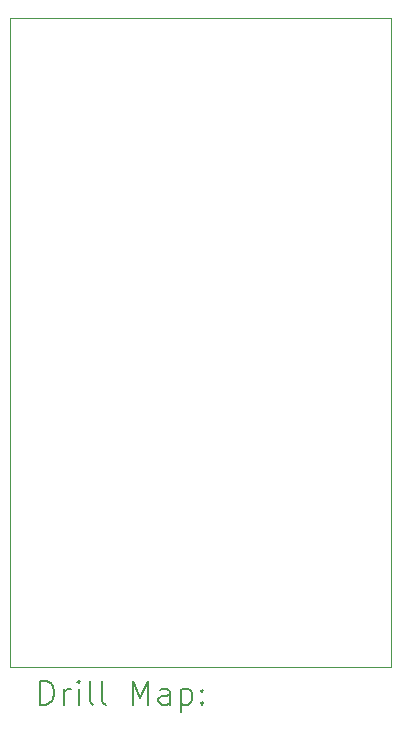
<source format=gbr>
%TF.GenerationSoftware,KiCad,Pcbnew,7.0.9*%
%TF.CreationDate,2024-03-13T22:19:23+01:00*%
%TF.ProjectId,Backlighting_LEDModule_PCB,4261636b-6c69-4676-9874-696e675f4c45,rev?*%
%TF.SameCoordinates,Original*%
%TF.FileFunction,Drillmap*%
%TF.FilePolarity,Positive*%
%FSLAX45Y45*%
G04 Gerber Fmt 4.5, Leading zero omitted, Abs format (unit mm)*
G04 Created by KiCad (PCBNEW 7.0.9) date 2024-03-13 22:19:23*
%MOMM*%
%LPD*%
G01*
G04 APERTURE LIST*
%ADD10C,0.100000*%
%ADD11C,0.200000*%
G04 APERTURE END LIST*
D10*
X10050000Y-5225000D02*
X13275000Y-5225000D01*
X13275000Y-10725000D01*
X10050000Y-10725000D01*
X10050000Y-5225000D01*
D11*
X10305777Y-11041484D02*
X10305777Y-10841484D01*
X10305777Y-10841484D02*
X10353396Y-10841484D01*
X10353396Y-10841484D02*
X10381967Y-10851008D01*
X10381967Y-10851008D02*
X10401015Y-10870055D01*
X10401015Y-10870055D02*
X10410539Y-10889103D01*
X10410539Y-10889103D02*
X10420063Y-10927198D01*
X10420063Y-10927198D02*
X10420063Y-10955770D01*
X10420063Y-10955770D02*
X10410539Y-10993865D01*
X10410539Y-10993865D02*
X10401015Y-11012912D01*
X10401015Y-11012912D02*
X10381967Y-11031960D01*
X10381967Y-11031960D02*
X10353396Y-11041484D01*
X10353396Y-11041484D02*
X10305777Y-11041484D01*
X10505777Y-11041484D02*
X10505777Y-10908150D01*
X10505777Y-10946246D02*
X10515301Y-10927198D01*
X10515301Y-10927198D02*
X10524824Y-10917674D01*
X10524824Y-10917674D02*
X10543872Y-10908150D01*
X10543872Y-10908150D02*
X10562920Y-10908150D01*
X10629586Y-11041484D02*
X10629586Y-10908150D01*
X10629586Y-10841484D02*
X10620063Y-10851008D01*
X10620063Y-10851008D02*
X10629586Y-10860531D01*
X10629586Y-10860531D02*
X10639110Y-10851008D01*
X10639110Y-10851008D02*
X10629586Y-10841484D01*
X10629586Y-10841484D02*
X10629586Y-10860531D01*
X10753396Y-11041484D02*
X10734348Y-11031960D01*
X10734348Y-11031960D02*
X10724824Y-11012912D01*
X10724824Y-11012912D02*
X10724824Y-10841484D01*
X10858158Y-11041484D02*
X10839110Y-11031960D01*
X10839110Y-11031960D02*
X10829586Y-11012912D01*
X10829586Y-11012912D02*
X10829586Y-10841484D01*
X11086729Y-11041484D02*
X11086729Y-10841484D01*
X11086729Y-10841484D02*
X11153396Y-10984341D01*
X11153396Y-10984341D02*
X11220062Y-10841484D01*
X11220062Y-10841484D02*
X11220062Y-11041484D01*
X11401015Y-11041484D02*
X11401015Y-10936722D01*
X11401015Y-10936722D02*
X11391491Y-10917674D01*
X11391491Y-10917674D02*
X11372443Y-10908150D01*
X11372443Y-10908150D02*
X11334348Y-10908150D01*
X11334348Y-10908150D02*
X11315301Y-10917674D01*
X11401015Y-11031960D02*
X11381967Y-11041484D01*
X11381967Y-11041484D02*
X11334348Y-11041484D01*
X11334348Y-11041484D02*
X11315301Y-11031960D01*
X11315301Y-11031960D02*
X11305777Y-11012912D01*
X11305777Y-11012912D02*
X11305777Y-10993865D01*
X11305777Y-10993865D02*
X11315301Y-10974817D01*
X11315301Y-10974817D02*
X11334348Y-10965293D01*
X11334348Y-10965293D02*
X11381967Y-10965293D01*
X11381967Y-10965293D02*
X11401015Y-10955770D01*
X11496253Y-10908150D02*
X11496253Y-11108150D01*
X11496253Y-10917674D02*
X11515301Y-10908150D01*
X11515301Y-10908150D02*
X11553396Y-10908150D01*
X11553396Y-10908150D02*
X11572443Y-10917674D01*
X11572443Y-10917674D02*
X11581967Y-10927198D01*
X11581967Y-10927198D02*
X11591491Y-10946246D01*
X11591491Y-10946246D02*
X11591491Y-11003389D01*
X11591491Y-11003389D02*
X11581967Y-11022436D01*
X11581967Y-11022436D02*
X11572443Y-11031960D01*
X11572443Y-11031960D02*
X11553396Y-11041484D01*
X11553396Y-11041484D02*
X11515301Y-11041484D01*
X11515301Y-11041484D02*
X11496253Y-11031960D01*
X11677205Y-11022436D02*
X11686729Y-11031960D01*
X11686729Y-11031960D02*
X11677205Y-11041484D01*
X11677205Y-11041484D02*
X11667682Y-11031960D01*
X11667682Y-11031960D02*
X11677205Y-11022436D01*
X11677205Y-11022436D02*
X11677205Y-11041484D01*
X11677205Y-10917674D02*
X11686729Y-10927198D01*
X11686729Y-10927198D02*
X11677205Y-10936722D01*
X11677205Y-10936722D02*
X11667682Y-10927198D01*
X11667682Y-10927198D02*
X11677205Y-10917674D01*
X11677205Y-10917674D02*
X11677205Y-10936722D01*
M02*

</source>
